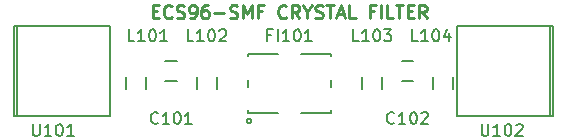
<source format=gbr>
G04 #@! TF.FileFunction,Legend,Top*
%FSLAX46Y46*%
G04 Gerber Fmt 4.6, Leading zero omitted, Abs format (unit mm)*
G04 Created by KiCad (PCBNEW 4.0.2-stable) date Mon Jul  4 17:55:20 2016*
%MOMM*%
G01*
G04 APERTURE LIST*
%ADD10C,0.100000*%
%ADD11C,0.275000*%
%ADD12C,0.150000*%
G04 APERTURE END LIST*
D10*
D11*
X142423811Y-99921429D02*
X142790477Y-99921429D01*
X142947620Y-100497619D02*
X142423811Y-100497619D01*
X142423811Y-99397619D01*
X142947620Y-99397619D01*
X144047620Y-100392857D02*
X143995239Y-100445238D01*
X143838096Y-100497619D01*
X143733334Y-100497619D01*
X143576192Y-100445238D01*
X143471430Y-100340476D01*
X143419049Y-100235714D01*
X143366668Y-100026190D01*
X143366668Y-99869048D01*
X143419049Y-99659524D01*
X143471430Y-99554762D01*
X143576192Y-99450000D01*
X143733334Y-99397619D01*
X143838096Y-99397619D01*
X143995239Y-99450000D01*
X144047620Y-99502381D01*
X144466668Y-100445238D02*
X144623811Y-100497619D01*
X144885715Y-100497619D01*
X144990477Y-100445238D01*
X145042858Y-100392857D01*
X145095239Y-100288095D01*
X145095239Y-100183333D01*
X145042858Y-100078571D01*
X144990477Y-100026190D01*
X144885715Y-99973810D01*
X144676192Y-99921429D01*
X144571430Y-99869048D01*
X144519049Y-99816667D01*
X144466668Y-99711905D01*
X144466668Y-99607143D01*
X144519049Y-99502381D01*
X144571430Y-99450000D01*
X144676192Y-99397619D01*
X144938096Y-99397619D01*
X145095239Y-99450000D01*
X145619049Y-100497619D02*
X145828573Y-100497619D01*
X145933334Y-100445238D01*
X145985715Y-100392857D01*
X146090477Y-100235714D01*
X146142858Y-100026190D01*
X146142858Y-99607143D01*
X146090477Y-99502381D01*
X146038096Y-99450000D01*
X145933334Y-99397619D01*
X145723811Y-99397619D01*
X145619049Y-99450000D01*
X145566668Y-99502381D01*
X145514287Y-99607143D01*
X145514287Y-99869048D01*
X145566668Y-99973810D01*
X145619049Y-100026190D01*
X145723811Y-100078571D01*
X145933334Y-100078571D01*
X146038096Y-100026190D01*
X146090477Y-99973810D01*
X146142858Y-99869048D01*
X147085715Y-99397619D02*
X146876192Y-99397619D01*
X146771430Y-99450000D01*
X146719049Y-99502381D01*
X146614287Y-99659524D01*
X146561906Y-99869048D01*
X146561906Y-100288095D01*
X146614287Y-100392857D01*
X146666668Y-100445238D01*
X146771430Y-100497619D01*
X146980953Y-100497619D01*
X147085715Y-100445238D01*
X147138096Y-100392857D01*
X147190477Y-100288095D01*
X147190477Y-100026190D01*
X147138096Y-99921429D01*
X147085715Y-99869048D01*
X146980953Y-99816667D01*
X146771430Y-99816667D01*
X146666668Y-99869048D01*
X146614287Y-99921429D01*
X146561906Y-100026190D01*
X147661906Y-100078571D02*
X148500001Y-100078571D01*
X148971430Y-100445238D02*
X149128573Y-100497619D01*
X149390477Y-100497619D01*
X149495239Y-100445238D01*
X149547620Y-100392857D01*
X149600001Y-100288095D01*
X149600001Y-100183333D01*
X149547620Y-100078571D01*
X149495239Y-100026190D01*
X149390477Y-99973810D01*
X149180954Y-99921429D01*
X149076192Y-99869048D01*
X149023811Y-99816667D01*
X148971430Y-99711905D01*
X148971430Y-99607143D01*
X149023811Y-99502381D01*
X149076192Y-99450000D01*
X149180954Y-99397619D01*
X149442858Y-99397619D01*
X149600001Y-99450000D01*
X150071430Y-100497619D02*
X150071430Y-99397619D01*
X150438096Y-100183333D01*
X150804763Y-99397619D01*
X150804763Y-100497619D01*
X151695239Y-99921429D02*
X151328573Y-99921429D01*
X151328573Y-100497619D02*
X151328573Y-99397619D01*
X151852382Y-99397619D01*
X153738096Y-100392857D02*
X153685715Y-100445238D01*
X153528572Y-100497619D01*
X153423810Y-100497619D01*
X153266668Y-100445238D01*
X153161906Y-100340476D01*
X153109525Y-100235714D01*
X153057144Y-100026190D01*
X153057144Y-99869048D01*
X153109525Y-99659524D01*
X153161906Y-99554762D01*
X153266668Y-99450000D01*
X153423810Y-99397619D01*
X153528572Y-99397619D01*
X153685715Y-99450000D01*
X153738096Y-99502381D01*
X154838096Y-100497619D02*
X154471430Y-99973810D01*
X154209525Y-100497619D02*
X154209525Y-99397619D01*
X154628572Y-99397619D01*
X154733334Y-99450000D01*
X154785715Y-99502381D01*
X154838096Y-99607143D01*
X154838096Y-99764286D01*
X154785715Y-99869048D01*
X154733334Y-99921429D01*
X154628572Y-99973810D01*
X154209525Y-99973810D01*
X155519049Y-99973810D02*
X155519049Y-100497619D01*
X155152382Y-99397619D02*
X155519049Y-99973810D01*
X155885715Y-99397619D01*
X156200001Y-100445238D02*
X156357144Y-100497619D01*
X156619048Y-100497619D01*
X156723810Y-100445238D01*
X156776191Y-100392857D01*
X156828572Y-100288095D01*
X156828572Y-100183333D01*
X156776191Y-100078571D01*
X156723810Y-100026190D01*
X156619048Y-99973810D01*
X156409525Y-99921429D01*
X156304763Y-99869048D01*
X156252382Y-99816667D01*
X156200001Y-99711905D01*
X156200001Y-99607143D01*
X156252382Y-99502381D01*
X156304763Y-99450000D01*
X156409525Y-99397619D01*
X156671429Y-99397619D01*
X156828572Y-99450000D01*
X157142858Y-99397619D02*
X157771429Y-99397619D01*
X157457144Y-100497619D02*
X157457144Y-99397619D01*
X158085715Y-100183333D02*
X158609524Y-100183333D01*
X157980953Y-100497619D02*
X158347620Y-99397619D01*
X158714286Y-100497619D01*
X159604762Y-100497619D02*
X159080953Y-100497619D01*
X159080953Y-99397619D01*
X161176190Y-99921429D02*
X160809524Y-99921429D01*
X160809524Y-100497619D02*
X160809524Y-99397619D01*
X161333333Y-99397619D01*
X161752381Y-100497619D02*
X161752381Y-99397619D01*
X162800000Y-100497619D02*
X162276191Y-100497619D01*
X162276191Y-99397619D01*
X163009524Y-99397619D02*
X163638095Y-99397619D01*
X163323810Y-100497619D02*
X163323810Y-99397619D01*
X164004762Y-99921429D02*
X164371428Y-99921429D01*
X164528571Y-100497619D02*
X164004762Y-100497619D01*
X164004762Y-99397619D01*
X164528571Y-99397619D01*
X165628571Y-100497619D02*
X165261905Y-99973810D01*
X165000000Y-100497619D02*
X165000000Y-99397619D01*
X165419047Y-99397619D01*
X165523809Y-99450000D01*
X165576190Y-99502381D01*
X165628571Y-99607143D01*
X165628571Y-99764286D01*
X165576190Y-99869048D01*
X165523809Y-99921429D01*
X165419047Y-99973810D01*
X165000000Y-99973810D01*
D12*
X143500000Y-105850000D02*
X144500000Y-105850000D01*
X144500000Y-104150000D02*
X143500000Y-104150000D01*
X163500000Y-105850000D02*
X164500000Y-105850000D01*
X164500000Y-104150000D02*
X163500000Y-104150000D01*
X140150000Y-105500000D02*
X140150000Y-106500000D01*
X141850000Y-106500000D02*
X141850000Y-105500000D01*
X146150000Y-105500000D02*
X146150000Y-106500000D01*
X147850000Y-106500000D02*
X147850000Y-105500000D01*
X160150000Y-105500000D02*
X160150000Y-106500000D01*
X161850000Y-106500000D02*
X161850000Y-105500000D01*
X166150000Y-105500000D02*
X166150000Y-106500000D01*
X167850000Y-106500000D02*
X167850000Y-105500000D01*
X130976000Y-108813600D02*
X130976000Y-101193600D01*
X130722000Y-108813600D02*
X131230000Y-108813600D01*
X130722000Y-101193600D02*
X130722000Y-108813600D01*
X130722000Y-101193600D02*
X131230000Y-101193600D01*
X138850000Y-108813600D02*
X131230000Y-108813600D01*
X138850000Y-101193600D02*
X138850000Y-108813600D01*
X131230000Y-101193600D02*
X138850000Y-101193600D01*
X176064000Y-101190000D02*
X176064000Y-108810000D01*
X176318000Y-101190000D02*
X175810000Y-101190000D01*
X176318000Y-108810000D02*
X176318000Y-101190000D01*
X176318000Y-108810000D02*
X175810000Y-108810000D01*
X168190000Y-101190000D02*
X175810000Y-101190000D01*
X168190000Y-108810000D02*
X168190000Y-101190000D01*
X175810000Y-108810000D02*
X168190000Y-108810000D01*
X150500000Y-108500000D02*
X150500000Y-108300000D01*
X150500000Y-103500000D02*
X150500000Y-103700000D01*
X157500000Y-103500000D02*
X157500000Y-103700000D01*
X157500000Y-108500000D02*
X157500000Y-108300000D01*
X157500000Y-105700000D02*
X157500000Y-106300000D01*
X150500000Y-106300000D02*
X150500000Y-105700000D01*
X150800000Y-109200000D02*
G75*
G03X150800000Y-109200000I-200000J0D01*
G01*
X153000000Y-108500000D02*
X150500000Y-108500000D01*
X157500000Y-108500000D02*
X155000000Y-108500000D01*
X155000000Y-103500000D02*
X157500000Y-103500000D01*
X152500000Y-103500000D02*
X153000000Y-103500000D01*
X150500000Y-103500000D02*
X152500000Y-103500000D01*
X142880953Y-109357143D02*
X142833334Y-109404762D01*
X142690477Y-109452381D01*
X142595239Y-109452381D01*
X142452381Y-109404762D01*
X142357143Y-109309524D01*
X142309524Y-109214286D01*
X142261905Y-109023810D01*
X142261905Y-108880952D01*
X142309524Y-108690476D01*
X142357143Y-108595238D01*
X142452381Y-108500000D01*
X142595239Y-108452381D01*
X142690477Y-108452381D01*
X142833334Y-108500000D01*
X142880953Y-108547619D01*
X143833334Y-109452381D02*
X143261905Y-109452381D01*
X143547619Y-109452381D02*
X143547619Y-108452381D01*
X143452381Y-108595238D01*
X143357143Y-108690476D01*
X143261905Y-108738095D01*
X144452381Y-108452381D02*
X144547620Y-108452381D01*
X144642858Y-108500000D01*
X144690477Y-108547619D01*
X144738096Y-108642857D01*
X144785715Y-108833333D01*
X144785715Y-109071429D01*
X144738096Y-109261905D01*
X144690477Y-109357143D01*
X144642858Y-109404762D01*
X144547620Y-109452381D01*
X144452381Y-109452381D01*
X144357143Y-109404762D01*
X144309524Y-109357143D01*
X144261905Y-109261905D01*
X144214286Y-109071429D01*
X144214286Y-108833333D01*
X144261905Y-108642857D01*
X144309524Y-108547619D01*
X144357143Y-108500000D01*
X144452381Y-108452381D01*
X145738096Y-109452381D02*
X145166667Y-109452381D01*
X145452381Y-109452381D02*
X145452381Y-108452381D01*
X145357143Y-108595238D01*
X145261905Y-108690476D01*
X145166667Y-108738095D01*
X162880953Y-109357143D02*
X162833334Y-109404762D01*
X162690477Y-109452381D01*
X162595239Y-109452381D01*
X162452381Y-109404762D01*
X162357143Y-109309524D01*
X162309524Y-109214286D01*
X162261905Y-109023810D01*
X162261905Y-108880952D01*
X162309524Y-108690476D01*
X162357143Y-108595238D01*
X162452381Y-108500000D01*
X162595239Y-108452381D01*
X162690477Y-108452381D01*
X162833334Y-108500000D01*
X162880953Y-108547619D01*
X163833334Y-109452381D02*
X163261905Y-109452381D01*
X163547619Y-109452381D02*
X163547619Y-108452381D01*
X163452381Y-108595238D01*
X163357143Y-108690476D01*
X163261905Y-108738095D01*
X164452381Y-108452381D02*
X164547620Y-108452381D01*
X164642858Y-108500000D01*
X164690477Y-108547619D01*
X164738096Y-108642857D01*
X164785715Y-108833333D01*
X164785715Y-109071429D01*
X164738096Y-109261905D01*
X164690477Y-109357143D01*
X164642858Y-109404762D01*
X164547620Y-109452381D01*
X164452381Y-109452381D01*
X164357143Y-109404762D01*
X164309524Y-109357143D01*
X164261905Y-109261905D01*
X164214286Y-109071429D01*
X164214286Y-108833333D01*
X164261905Y-108642857D01*
X164309524Y-108547619D01*
X164357143Y-108500000D01*
X164452381Y-108452381D01*
X165166667Y-108547619D02*
X165214286Y-108500000D01*
X165309524Y-108452381D01*
X165547620Y-108452381D01*
X165642858Y-108500000D01*
X165690477Y-108547619D01*
X165738096Y-108642857D01*
X165738096Y-108738095D01*
X165690477Y-108880952D01*
X165119048Y-109452381D01*
X165738096Y-109452381D01*
X140880953Y-102452381D02*
X140404762Y-102452381D01*
X140404762Y-101452381D01*
X141738096Y-102452381D02*
X141166667Y-102452381D01*
X141452381Y-102452381D02*
X141452381Y-101452381D01*
X141357143Y-101595238D01*
X141261905Y-101690476D01*
X141166667Y-101738095D01*
X142357143Y-101452381D02*
X142452382Y-101452381D01*
X142547620Y-101500000D01*
X142595239Y-101547619D01*
X142642858Y-101642857D01*
X142690477Y-101833333D01*
X142690477Y-102071429D01*
X142642858Y-102261905D01*
X142595239Y-102357143D01*
X142547620Y-102404762D01*
X142452382Y-102452381D01*
X142357143Y-102452381D01*
X142261905Y-102404762D01*
X142214286Y-102357143D01*
X142166667Y-102261905D01*
X142119048Y-102071429D01*
X142119048Y-101833333D01*
X142166667Y-101642857D01*
X142214286Y-101547619D01*
X142261905Y-101500000D01*
X142357143Y-101452381D01*
X143642858Y-102452381D02*
X143071429Y-102452381D01*
X143357143Y-102452381D02*
X143357143Y-101452381D01*
X143261905Y-101595238D01*
X143166667Y-101690476D01*
X143071429Y-101738095D01*
X145880953Y-102452381D02*
X145404762Y-102452381D01*
X145404762Y-101452381D01*
X146738096Y-102452381D02*
X146166667Y-102452381D01*
X146452381Y-102452381D02*
X146452381Y-101452381D01*
X146357143Y-101595238D01*
X146261905Y-101690476D01*
X146166667Y-101738095D01*
X147357143Y-101452381D02*
X147452382Y-101452381D01*
X147547620Y-101500000D01*
X147595239Y-101547619D01*
X147642858Y-101642857D01*
X147690477Y-101833333D01*
X147690477Y-102071429D01*
X147642858Y-102261905D01*
X147595239Y-102357143D01*
X147547620Y-102404762D01*
X147452382Y-102452381D01*
X147357143Y-102452381D01*
X147261905Y-102404762D01*
X147214286Y-102357143D01*
X147166667Y-102261905D01*
X147119048Y-102071429D01*
X147119048Y-101833333D01*
X147166667Y-101642857D01*
X147214286Y-101547619D01*
X147261905Y-101500000D01*
X147357143Y-101452381D01*
X148071429Y-101547619D02*
X148119048Y-101500000D01*
X148214286Y-101452381D01*
X148452382Y-101452381D01*
X148547620Y-101500000D01*
X148595239Y-101547619D01*
X148642858Y-101642857D01*
X148642858Y-101738095D01*
X148595239Y-101880952D01*
X148023810Y-102452381D01*
X148642858Y-102452381D01*
X159880953Y-102452381D02*
X159404762Y-102452381D01*
X159404762Y-101452381D01*
X160738096Y-102452381D02*
X160166667Y-102452381D01*
X160452381Y-102452381D02*
X160452381Y-101452381D01*
X160357143Y-101595238D01*
X160261905Y-101690476D01*
X160166667Y-101738095D01*
X161357143Y-101452381D02*
X161452382Y-101452381D01*
X161547620Y-101500000D01*
X161595239Y-101547619D01*
X161642858Y-101642857D01*
X161690477Y-101833333D01*
X161690477Y-102071429D01*
X161642858Y-102261905D01*
X161595239Y-102357143D01*
X161547620Y-102404762D01*
X161452382Y-102452381D01*
X161357143Y-102452381D01*
X161261905Y-102404762D01*
X161214286Y-102357143D01*
X161166667Y-102261905D01*
X161119048Y-102071429D01*
X161119048Y-101833333D01*
X161166667Y-101642857D01*
X161214286Y-101547619D01*
X161261905Y-101500000D01*
X161357143Y-101452381D01*
X162023810Y-101452381D02*
X162642858Y-101452381D01*
X162309524Y-101833333D01*
X162452382Y-101833333D01*
X162547620Y-101880952D01*
X162595239Y-101928571D01*
X162642858Y-102023810D01*
X162642858Y-102261905D01*
X162595239Y-102357143D01*
X162547620Y-102404762D01*
X162452382Y-102452381D01*
X162166667Y-102452381D01*
X162071429Y-102404762D01*
X162023810Y-102357143D01*
X164880953Y-102452381D02*
X164404762Y-102452381D01*
X164404762Y-101452381D01*
X165738096Y-102452381D02*
X165166667Y-102452381D01*
X165452381Y-102452381D02*
X165452381Y-101452381D01*
X165357143Y-101595238D01*
X165261905Y-101690476D01*
X165166667Y-101738095D01*
X166357143Y-101452381D02*
X166452382Y-101452381D01*
X166547620Y-101500000D01*
X166595239Y-101547619D01*
X166642858Y-101642857D01*
X166690477Y-101833333D01*
X166690477Y-102071429D01*
X166642858Y-102261905D01*
X166595239Y-102357143D01*
X166547620Y-102404762D01*
X166452382Y-102452381D01*
X166357143Y-102452381D01*
X166261905Y-102404762D01*
X166214286Y-102357143D01*
X166166667Y-102261905D01*
X166119048Y-102071429D01*
X166119048Y-101833333D01*
X166166667Y-101642857D01*
X166214286Y-101547619D01*
X166261905Y-101500000D01*
X166357143Y-101452381D01*
X167547620Y-101785714D02*
X167547620Y-102452381D01*
X167309524Y-101404762D02*
X167071429Y-102119048D01*
X167690477Y-102119048D01*
X132285714Y-109452381D02*
X132285714Y-110261905D01*
X132333333Y-110357143D01*
X132380952Y-110404762D01*
X132476190Y-110452381D01*
X132666667Y-110452381D01*
X132761905Y-110404762D01*
X132809524Y-110357143D01*
X132857143Y-110261905D01*
X132857143Y-109452381D01*
X133857143Y-110452381D02*
X133285714Y-110452381D01*
X133571428Y-110452381D02*
X133571428Y-109452381D01*
X133476190Y-109595238D01*
X133380952Y-109690476D01*
X133285714Y-109738095D01*
X134476190Y-109452381D02*
X134571429Y-109452381D01*
X134666667Y-109500000D01*
X134714286Y-109547619D01*
X134761905Y-109642857D01*
X134809524Y-109833333D01*
X134809524Y-110071429D01*
X134761905Y-110261905D01*
X134714286Y-110357143D01*
X134666667Y-110404762D01*
X134571429Y-110452381D01*
X134476190Y-110452381D01*
X134380952Y-110404762D01*
X134333333Y-110357143D01*
X134285714Y-110261905D01*
X134238095Y-110071429D01*
X134238095Y-109833333D01*
X134285714Y-109642857D01*
X134333333Y-109547619D01*
X134380952Y-109500000D01*
X134476190Y-109452381D01*
X135761905Y-110452381D02*
X135190476Y-110452381D01*
X135476190Y-110452381D02*
X135476190Y-109452381D01*
X135380952Y-109595238D01*
X135285714Y-109690476D01*
X135190476Y-109738095D01*
X170285714Y-109452381D02*
X170285714Y-110261905D01*
X170333333Y-110357143D01*
X170380952Y-110404762D01*
X170476190Y-110452381D01*
X170666667Y-110452381D01*
X170761905Y-110404762D01*
X170809524Y-110357143D01*
X170857143Y-110261905D01*
X170857143Y-109452381D01*
X171857143Y-110452381D02*
X171285714Y-110452381D01*
X171571428Y-110452381D02*
X171571428Y-109452381D01*
X171476190Y-109595238D01*
X171380952Y-109690476D01*
X171285714Y-109738095D01*
X172476190Y-109452381D02*
X172571429Y-109452381D01*
X172666667Y-109500000D01*
X172714286Y-109547619D01*
X172761905Y-109642857D01*
X172809524Y-109833333D01*
X172809524Y-110071429D01*
X172761905Y-110261905D01*
X172714286Y-110357143D01*
X172666667Y-110404762D01*
X172571429Y-110452381D01*
X172476190Y-110452381D01*
X172380952Y-110404762D01*
X172333333Y-110357143D01*
X172285714Y-110261905D01*
X172238095Y-110071429D01*
X172238095Y-109833333D01*
X172285714Y-109642857D01*
X172333333Y-109547619D01*
X172380952Y-109500000D01*
X172476190Y-109452381D01*
X173190476Y-109547619D02*
X173238095Y-109500000D01*
X173333333Y-109452381D01*
X173571429Y-109452381D01*
X173666667Y-109500000D01*
X173714286Y-109547619D01*
X173761905Y-109642857D01*
X173761905Y-109738095D01*
X173714286Y-109880952D01*
X173142857Y-110452381D01*
X173761905Y-110452381D01*
X152476191Y-101928571D02*
X152142857Y-101928571D01*
X152142857Y-102452381D02*
X152142857Y-101452381D01*
X152619048Y-101452381D01*
X153000000Y-102452381D02*
X153000000Y-101452381D01*
X154000000Y-102452381D02*
X153428571Y-102452381D01*
X153714285Y-102452381D02*
X153714285Y-101452381D01*
X153619047Y-101595238D01*
X153523809Y-101690476D01*
X153428571Y-101738095D01*
X154619047Y-101452381D02*
X154714286Y-101452381D01*
X154809524Y-101500000D01*
X154857143Y-101547619D01*
X154904762Y-101642857D01*
X154952381Y-101833333D01*
X154952381Y-102071429D01*
X154904762Y-102261905D01*
X154857143Y-102357143D01*
X154809524Y-102404762D01*
X154714286Y-102452381D01*
X154619047Y-102452381D01*
X154523809Y-102404762D01*
X154476190Y-102357143D01*
X154428571Y-102261905D01*
X154380952Y-102071429D01*
X154380952Y-101833333D01*
X154428571Y-101642857D01*
X154476190Y-101547619D01*
X154523809Y-101500000D01*
X154619047Y-101452381D01*
X155904762Y-102452381D02*
X155333333Y-102452381D01*
X155619047Y-102452381D02*
X155619047Y-101452381D01*
X155523809Y-101595238D01*
X155428571Y-101690476D01*
X155333333Y-101738095D01*
M02*

</source>
